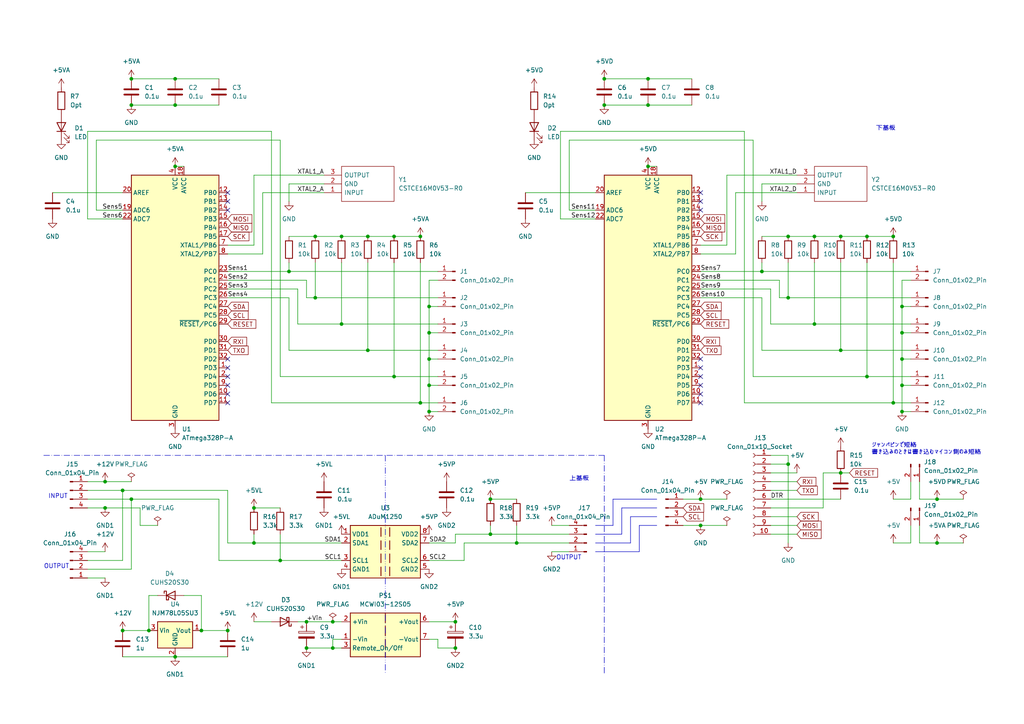
<source format=kicad_sch>
(kicad_sch (version 20230121) (generator eeschema)
  (paper "A4")
  (junction (at 261.62 111.76))
  (junction (at 124.46 119.38))
  (junction (at 259.08 68.58))
  (junction (at 114.3 109.22))
  (junction (at 121.92 68.58))
  (junction (at 50.8 30.48))
  (junction (at 91.44 86.36))
  (junction (at 203.2 152.4))
  (junction (at 99.06 68.58))
  (junction (at 271.78 157.48))
  (junction (at 99.06 93.98))
  (junction (at 88.9 180.34))
  (junction (at 243.84 101.6))
  (junction (at 124.46 88.9))
  (junction (at 271.78 144.78))
  (junction (at 91.44 68.58))
  (junction (at 261.62 119.38))
  (junction (at 175.26 22.86))
  (junction (at 35.56 182.88))
  (junction (at 228.6 68.58))
  (junction (at 261.62 104.14))
  (junction (at 187.96 30.48))
  (junction (at 124.46 104.14))
  (junction (at 132.08 187.96))
  (junction (at 132.08 180.34))
  (junction (at 261.62 96.52))
  (junction (at 38.1 22.86))
  (junction (at 96.52 180.34))
  (junction (at 142.24 144.78))
  (junction (at 50.8 48.26))
  (junction (at 236.22 93.98))
  (junction (at 30.48 147.32))
  (junction (at 243.84 68.58))
  (junction (at 149.86 157.48))
  (junction (at 243.84 137.16))
  (junction (at 106.68 68.58))
  (junction (at 58.42 182.88))
  (junction (at 251.46 109.22))
  (junction (at 124.46 96.52))
  (junction (at 83.82 78.74))
  (junction (at 43.18 182.88))
  (junction (at 88.9 187.96))
  (junction (at 50.8 190.5))
  (junction (at 96.52 187.96))
  (junction (at 142.24 154.94))
  (junction (at 66.04 182.88))
  (junction (at 81.28 162.56))
  (junction (at 38.1 30.48))
  (junction (at 187.96 22.86))
  (junction (at 124.46 111.76))
  (junction (at 261.62 88.9))
  (junction (at 259.08 116.84))
  (junction (at 236.22 68.58))
  (junction (at 203.2 144.78))
  (junction (at 106.68 101.6))
  (junction (at 73.66 157.48))
  (junction (at 220.98 78.74))
  (junction (at 35.56 142.24))
  (junction (at 73.66 147.32))
  (junction (at 251.46 68.58))
  (junction (at 175.26 30.48))
  (junction (at 114.3 68.58))
  (junction (at 121.92 116.84))
  (junction (at 187.96 48.26))
  (junction (at 50.8 22.86))
  (junction (at 38.1 144.78))
  (junction (at 228.6 86.36))
  (junction (at 228.6 134.62))
  (junction (at 30.48 139.7))
  (no_connect (at 203.2 114.3))
  (no_connect (at 66.04 114.3))
  (no_connect (at 66.04 116.84))
  (no_connect (at 203.2 60.96))
  (no_connect (at 203.2 116.84))
  (no_connect (at 66.04 111.76))
  (no_connect (at 66.04 60.96))
  (no_connect (at 203.2 106.68))
  (no_connect (at 66.04 109.22))
  (no_connect (at 66.04 58.42))
  (no_connect (at 203.2 104.14))
  (no_connect (at 203.2 109.22))
  (no_connect (at 203.2 55.88))
  (no_connect (at 203.2 58.42))
  (no_connect (at 66.04 106.68))
  (no_connect (at 66.04 104.14))
  (no_connect (at 203.2 111.76))
  (no_connect (at 66.04 55.88))
  (wire (pts (xy 25.4 38.1) (xy 78.74 38.1)))
  (wire (pts (xy 38.1 30.48) (xy 50.8 30.48)))
  (wire (pts (xy 228.6 86.36) (xy 226.06 86.36)))
  (wire (pts (xy 88.9 180.34) (xy 96.52 180.34)))
  (polyline (pts (xy 175.26 132.08) (xy 175.26 195.58)) (stroke (width 0) (type dash_dot)))
  (wire (pts (xy 73.66 147.32) (xy 81.28 147.32)))
  (wire (pts (xy 86.36 93.98) (xy 99.06 93.98)))
  (polyline (pts (xy 185.42 152.4) (xy 190.5 152.4)))
  (wire (pts (xy 127 81.28) (xy 124.46 81.28)))
  (wire (pts (xy 261.62 96.52) (xy 264.16 96.52)))
  (wire (pts (xy 220.98 53.34) (xy 231.14 53.34)))
  (wire (pts (xy 261.62 81.28) (xy 261.62 88.9)))
  (wire (pts (xy 35.56 162.56) (xy 35.56 142.24)))
  (wire (pts (xy 25.4 142.24) (xy 35.56 142.24)))
  (wire (pts (xy 228.6 86.36) (xy 264.16 86.36)))
  (wire (pts (xy 203.2 144.78) (xy 210.82 144.78)))
  (wire (pts (xy 251.46 109.22) (xy 264.16 109.22)))
  (wire (pts (xy 134.62 157.48) (xy 134.62 162.56)))
  (wire (pts (xy 38.1 144.78) (xy 25.4 144.78)))
  (wire (pts (xy 124.46 88.9) (xy 124.46 96.52)))
  (wire (pts (xy 162.56 63.5) (xy 162.56 38.1)))
  (wire (pts (xy 203.2 78.74) (xy 220.98 78.74)))
  (wire (pts (xy 27.94 40.64) (xy 27.94 60.96)))
  (wire (pts (xy 149.86 152.4) (xy 149.86 157.48)))
  (wire (pts (xy 35.56 190.5) (xy 50.8 190.5)))
  (polyline (pts (xy 12.7 132.08) (xy 175.26 132.08)) (stroke (width 0) (type dash_dot)))
  (wire (pts (xy 63.5 162.56) (xy 63.5 144.78)))
  (wire (pts (xy 40.64 152.4) (xy 40.64 147.32)))
  (wire (pts (xy 220.98 58.42) (xy 220.98 53.34)))
  (wire (pts (xy 142.24 154.94) (xy 132.08 154.94)))
  (wire (pts (xy 264.16 157.48) (xy 259.08 157.48)))
  (wire (pts (xy 124.46 157.48) (xy 132.08 157.48)))
  (wire (pts (xy 271.78 144.78) (xy 279.4 144.78)))
  (polyline (pts (xy 190.5 147.32) (xy 180.34 147.32)))
  (polyline (pts (xy 172.72 160.02) (xy 185.42 160.02)))
  (wire (pts (xy 261.62 104.14) (xy 261.62 111.76)))
  (wire (pts (xy 25.4 162.56) (xy 35.56 162.56)))
  (wire (pts (xy 15.24 55.88) (xy 35.56 55.88)))
  (wire (pts (xy 124.46 96.52) (xy 124.46 104.14)))
  (wire (pts (xy 223.52 134.62) (xy 228.6 134.62)))
  (wire (pts (xy 63.5 162.56) (xy 81.28 162.56)))
  (wire (pts (xy 213.36 55.88) (xy 231.14 55.88)))
  (wire (pts (xy 266.7 139.7) (xy 266.7 144.78)))
  (wire (pts (xy 88.9 86.36) (xy 88.9 81.28)))
  (wire (pts (xy 73.66 180.34) (xy 78.74 180.34)))
  (wire (pts (xy 243.84 68.58) (xy 251.46 68.58)))
  (wire (pts (xy 165.1 157.48) (xy 149.86 157.48)))
  (wire (pts (xy 264.16 152.4) (xy 264.16 157.48)))
  (wire (pts (xy 73.66 157.48) (xy 99.06 157.48)))
  (polyline (pts (xy 180.34 147.32) (xy 180.34 154.94)))
  (wire (pts (xy 91.44 86.36) (xy 127 86.36)))
  (polyline (pts (xy 172.72 152.4) (xy 177.8 152.4)))
  (wire (pts (xy 223.52 149.86) (xy 231.14 149.86)))
  (wire (pts (xy 35.56 182.88) (xy 43.18 182.88)))
  (wire (pts (xy 124.46 104.14) (xy 127 104.14)))
  (wire (pts (xy 223.52 139.7) (xy 231.14 139.7)))
  (wire (pts (xy 76.2 55.88) (xy 93.98 55.88)))
  (wire (pts (xy 160.02 152.4) (xy 165.1 152.4)))
  (wire (pts (xy 83.82 68.58) (xy 91.44 68.58)))
  (wire (pts (xy 30.48 139.7) (xy 38.1 139.7)))
  (wire (pts (xy 198.12 144.78) (xy 203.2 144.78)))
  (wire (pts (xy 218.44 40.64) (xy 165.1 40.64)))
  (wire (pts (xy 76.2 73.66) (xy 76.2 55.88)))
  (wire (pts (xy 86.36 83.82) (xy 86.36 93.98)))
  (wire (pts (xy 238.76 147.32) (xy 223.52 147.32)))
  (wire (pts (xy 203.2 152.4) (xy 210.82 152.4)))
  (wire (pts (xy 78.74 38.1) (xy 78.74 116.84)))
  (wire (pts (xy 228.6 68.58) (xy 236.22 68.58)))
  (wire (pts (xy 25.4 63.5) (xy 25.4 38.1)))
  (wire (pts (xy 124.46 88.9) (xy 127 88.9)))
  (wire (pts (xy 124.46 111.76) (xy 124.46 119.38)))
  (wire (pts (xy 142.24 152.4) (xy 142.24 154.94)))
  (wire (pts (xy 238.76 137.16) (xy 243.84 137.16)))
  (wire (pts (xy 114.3 76.2) (xy 114.3 109.22)))
  (wire (pts (xy 96.52 185.42) (xy 96.52 187.96)))
  (polyline (pts (xy 111.76 132.08) (xy 111.76 195.58)) (stroke (width 0) (type dash_dot_dot)))
  (wire (pts (xy 91.44 68.58) (xy 99.06 68.58)))
  (wire (pts (xy 220.98 76.2) (xy 220.98 78.74)))
  (wire (pts (xy 132.08 187.96) (xy 127 187.96)))
  (wire (pts (xy 238.76 137.16) (xy 238.76 147.32)))
  (wire (pts (xy 152.4 55.88) (xy 172.72 55.88)))
  (wire (pts (xy 106.68 101.6) (xy 83.82 101.6)))
  (wire (pts (xy 96.52 187.96) (xy 88.9 187.96)))
  (wire (pts (xy 124.46 119.38) (xy 127 119.38)))
  (wire (pts (xy 121.92 116.84) (xy 127 116.84)))
  (wire (pts (xy 81.28 109.22) (xy 81.28 40.64)))
  (wire (pts (xy 25.4 167.64) (xy 30.48 167.64)))
  (wire (pts (xy 223.52 132.08) (xy 228.6 132.08)))
  (wire (pts (xy 96.52 180.34) (xy 99.06 180.34)))
  (wire (pts (xy 223.52 152.4) (xy 231.14 152.4)))
  (wire (pts (xy 175.26 22.86) (xy 187.96 22.86)))
  (wire (pts (xy 124.46 96.52) (xy 127 96.52)))
  (wire (pts (xy 121.92 76.2) (xy 121.92 116.84)))
  (wire (pts (xy 91.44 76.2) (xy 91.44 86.36)))
  (wire (pts (xy 223.52 83.82) (xy 223.52 93.98)))
  (wire (pts (xy 266.7 144.78) (xy 271.78 144.78)))
  (wire (pts (xy 40.64 147.32) (xy 30.48 147.32)))
  (polyline (pts (xy 190.5 149.86) (xy 182.88 149.86)))
  (wire (pts (xy 66.04 83.82) (xy 86.36 83.82)))
  (wire (pts (xy 27.94 60.96) (xy 35.56 60.96)))
  (polyline (pts (xy 172.72 154.94) (xy 180.34 154.94)))
  (wire (pts (xy 45.72 172.72) (xy 43.18 172.72)))
  (wire (pts (xy 66.04 157.48) (xy 73.66 157.48)))
  (wire (pts (xy 259.08 76.2) (xy 259.08 116.84)))
  (wire (pts (xy 63.5 144.78) (xy 38.1 144.78)))
  (wire (pts (xy 50.8 190.5) (xy 66.04 190.5)))
  (wire (pts (xy 99.06 93.98) (xy 127 93.98)))
  (wire (pts (xy 236.22 76.2) (xy 236.22 93.98)))
  (wire (pts (xy 187.96 48.26) (xy 190.5 48.26)))
  (wire (pts (xy 261.62 96.52) (xy 261.62 104.14)))
  (wire (pts (xy 213.36 73.66) (xy 213.36 55.88)))
  (wire (pts (xy 220.98 68.58) (xy 228.6 68.58)))
  (wire (pts (xy 127 187.96) (xy 127 185.42)))
  (wire (pts (xy 160.02 160.02) (xy 165.1 160.02)))
  (wire (pts (xy 264.16 139.7) (xy 264.16 144.78)))
  (wire (pts (xy 220.98 78.74) (xy 264.16 78.74)))
  (wire (pts (xy 88.9 81.28) (xy 66.04 81.28)))
  (polyline (pts (xy 185.42 160.02) (xy 185.42 152.4)))
  (wire (pts (xy 134.62 162.56) (xy 124.46 162.56)))
  (wire (pts (xy 114.3 109.22) (xy 127 109.22)))
  (wire (pts (xy 236.22 93.98) (xy 264.16 93.98)))
  (wire (pts (xy 142.24 144.78) (xy 149.86 144.78)))
  (wire (pts (xy 73.66 50.8) (xy 93.98 50.8)))
  (wire (pts (xy 220.98 101.6) (xy 220.98 86.36)))
  (wire (pts (xy 210.82 71.12) (xy 203.2 71.12)))
  (wire (pts (xy 198.12 152.4) (xy 203.2 152.4)))
  (polyline (pts (xy 177.8 152.4) (xy 177.8 144.78)))
  (wire (pts (xy 243.84 76.2) (xy 243.84 101.6)))
  (wire (pts (xy 25.4 165.1) (xy 38.1 165.1)))
  (wire (pts (xy 73.66 50.8) (xy 73.66 71.12)))
  (wire (pts (xy 210.82 50.8) (xy 231.14 50.8)))
  (wire (pts (xy 266.7 157.48) (xy 271.78 157.48)))
  (wire (pts (xy 203.2 73.66) (xy 213.36 73.66)))
  (wire (pts (xy 45.72 152.4) (xy 40.64 152.4)))
  (wire (pts (xy 106.68 68.58) (xy 114.3 68.58)))
  (wire (pts (xy 165.1 40.64) (xy 165.1 60.96)))
  (polyline (pts (xy 177.8 144.78) (xy 190.5 144.78)))
  (wire (pts (xy 91.44 86.36) (xy 88.9 86.36)))
  (wire (pts (xy 99.06 185.42) (xy 96.52 185.42)))
  (wire (pts (xy 187.96 30.48) (xy 200.66 30.48)))
  (wire (pts (xy 30.48 147.32) (xy 25.4 147.32)))
  (wire (pts (xy 124.46 81.28) (xy 124.46 88.9)))
  (wire (pts (xy 38.1 22.86) (xy 50.8 22.86)))
  (wire (pts (xy 165.1 154.94) (xy 142.24 154.94)))
  (wire (pts (xy 58.42 172.72) (xy 58.42 182.88)))
  (wire (pts (xy 261.62 88.9) (xy 264.16 88.9)))
  (wire (pts (xy 261.62 104.14) (xy 264.16 104.14)))
  (wire (pts (xy 66.04 73.66) (xy 76.2 73.66)))
  (wire (pts (xy 132.08 154.94) (xy 132.08 157.48)))
  (wire (pts (xy 83.82 101.6) (xy 83.82 86.36)))
  (wire (pts (xy 127 185.42) (xy 124.46 185.42)))
  (wire (pts (xy 25.4 160.02) (xy 30.48 160.02)))
  (wire (pts (xy 228.6 134.62) (xy 228.6 157.48)))
  (wire (pts (xy 106.68 76.2) (xy 106.68 101.6)))
  (wire (pts (xy 114.3 68.58) (xy 121.92 68.58)))
  (wire (pts (xy 124.46 111.76) (xy 127 111.76)))
  (wire (pts (xy 81.28 154.94) (xy 81.28 162.56)))
  (wire (pts (xy 83.82 76.2) (xy 83.82 78.74)))
  (wire (pts (xy 73.66 71.12) (xy 66.04 71.12)))
  (wire (pts (xy 264.16 144.78) (xy 259.08 144.78)))
  (wire (pts (xy 259.08 116.84) (xy 264.16 116.84)))
  (wire (pts (xy 251.46 68.58) (xy 259.08 68.58)))
  (wire (pts (xy 73.66 154.94) (xy 73.66 157.48)))
  (wire (pts (xy 261.62 88.9) (xy 261.62 96.52)))
  (wire (pts (xy 271.78 157.48) (xy 279.4 157.48)))
  (wire (pts (xy 228.6 132.08) (xy 228.6 134.62)))
  (wire (pts (xy 162.56 38.1) (xy 215.9 38.1)))
  (wire (pts (xy 124.46 180.34) (xy 132.08 180.34)))
  (wire (pts (xy 243.84 101.6) (xy 220.98 101.6)))
  (wire (pts (xy 83.82 53.34) (xy 83.82 58.42)))
  (wire (pts (xy 236.22 68.58) (xy 243.84 68.58)))
  (wire (pts (xy 35.56 63.5) (xy 25.4 63.5)))
  (wire (pts (xy 228.6 76.2) (xy 228.6 86.36)))
  (wire (pts (xy 261.62 119.38) (xy 264.16 119.38)))
  (wire (pts (xy 25.4 139.7) (xy 30.48 139.7)))
  (wire (pts (xy 251.46 76.2) (xy 251.46 109.22)))
  (wire (pts (xy 50.8 48.26) (xy 53.34 48.26)))
  (wire (pts (xy 106.68 101.6) (xy 127 101.6)))
  (wire (pts (xy 81.28 40.64) (xy 27.94 40.64)))
  (wire (pts (xy 81.28 162.56) (xy 99.06 162.56)))
  (wire (pts (xy 215.9 38.1) (xy 215.9 116.84)))
  (wire (pts (xy 43.18 172.72) (xy 43.18 182.88)))
  (wire (pts (xy 223.52 137.16) (xy 231.14 137.16)))
  (wire (pts (xy 175.26 30.48) (xy 187.96 30.48)))
  (wire (pts (xy 78.74 116.84) (xy 121.92 116.84)))
  (wire (pts (xy 261.62 111.76) (xy 261.62 119.38)))
  (wire (pts (xy 83.82 78.74) (xy 127 78.74)))
  (polyline (pts (xy 172.72 157.48) (xy 182.88 157.48)))
  (wire (pts (xy 50.8 30.48) (xy 63.5 30.48)))
  (wire (pts (xy 96.52 187.96) (xy 99.06 187.96)))
  (wire (pts (xy 243.84 101.6) (xy 264.16 101.6)))
  (wire (pts (xy 66.04 86.36) (xy 83.82 86.36)))
  (wire (pts (xy 99.06 76.2) (xy 99.06 93.98)))
  (wire (pts (xy 264.16 81.28) (xy 261.62 81.28)))
  (wire (pts (xy 58.42 182.88) (xy 66.04 182.88)))
  (wire (pts (xy 149.86 157.48) (xy 134.62 157.48)))
  (wire (pts (xy 53.34 172.72) (xy 58.42 172.72)))
  (wire (pts (xy 203.2 83.82) (xy 223.52 83.82)))
  (wire (pts (xy 35.56 142.24) (xy 66.04 142.24)))
  (wire (pts (xy 165.1 60.96) (xy 172.72 60.96)))
  (wire (pts (xy 220.98 86.36) (xy 203.2 86.36)))
  (wire (pts (xy 251.46 109.22) (xy 218.44 109.22)))
  (wire (pts (xy 223.52 142.24) (xy 231.14 142.24)))
  (wire (pts (xy 215.9 116.84) (xy 259.08 116.84)))
  (wire (pts (xy 114.3 109.22) (xy 81.28 109.22)))
  (wire (pts (xy 266.7 152.4) (xy 266.7 157.48)))
  (wire (pts (xy 246.38 137.16) (xy 243.84 137.16)))
  (wire (pts (xy 86.36 180.34) (xy 88.9 180.34)))
  (wire (pts (xy 187.96 22.86) (xy 200.66 22.86)))
  (wire (pts (xy 66.04 78.74) (xy 83.82 78.74)))
  (wire (pts (xy 66.04 142.24) (xy 66.04 157.48)))
  (wire (pts (xy 261.62 111.76) (xy 264.16 111.76)))
  (wire (pts (xy 38.1 165.1) (xy 38.1 144.78)))
  (wire (pts (xy 226.06 81.28) (xy 203.2 81.28)))
  (wire (pts (xy 223.52 144.78) (xy 243.84 144.78)))
  (wire (pts (xy 99.06 68.58) (xy 106.68 68.58)))
  (wire (pts (xy 218.44 109.22) (xy 218.44 40.64)))
  (wire (pts (xy 93.98 53.34) (xy 83.82 53.34)))
  (wire (pts (xy 172.72 63.5) (xy 162.56 63.5)))
  (wire (pts (xy 210.82 50.8) (xy 210.82 71.12)))
  (wire (pts (xy 223.52 154.94) (xy 231.14 154.94)))
  (wire (pts (xy 124.46 104.14) (xy 124.46 111.76)))
  (polyline (pts (xy 182.88 149.86) (xy 182.88 157.48)))
  (wire (pts (xy 223.52 93.98) (xy 236.22 93.98)))
  (wire (pts (xy 50.8 22.86) (xy 63.5 22.86)))
  (wire (pts (xy 226.06 86.36) (xy 226.06 81.28)))
  (text "OUTPUT" (at 12.7 165.1 0) (effects (font (size 1.27 1.27)) (justify left bottom)))
  (text "OUTPUT" (at 161.29 162.56 0) (effects (font (size 1.27 1.27)) (justify left bottom)))
  (text "上基板" (at 165.1 139.7 0) (effects (font (size 1.27 1.27)) (justify left bottom)))
  (text "ジャンパピンで短絡\n書き込みのときは書き込むマイコン側のみ短絡" (at 252.73 132.08 0) (effects (font (size 1.27 1.27)) (justify left bottom)))
  (text "INPUT" (at 13.97 144.78 0) (effects (font (size 1.27 1.27)) (justify left bottom)))
  (text "下基板" (at 254 38.1 0) (effects (font (size 1.27 1.27)) (justify left bottom)))
  (label "Sens10" (at 203.2 86.36 0))
  (label "SCL2" (at 124.46 162.56 0))
  (label "XTAL1_A" (at 93.98 50.8 180))
  (label "Sens2" (at 66.04 81.28 0))
  (label "Sens6" (at 35.56 63.5 180))
  (label "Sens9" (at 203.2 83.82 0))
  (label "XTAL2_D" (at 231.14 55.88 180))
  (label "+Vin" (at 88.9 180.34 0))
  (label "XTAL1_D" (at 231.14 50.8 180))
  (label "Sens11" (at 172.72 60.96 180))
  (label "Sens1" (at 66.04 78.74 0))
  (label "SCL1" (at 99.06 162.56 180))
  (label "Sens4" (at 66.04 86.36 0))
  (label "SDA2" (at 124.46 157.48 0))
  (label "Sens5" (at 35.56 60.96 180))
  (label "DTR" (at 223.52 144.78 0))
  (label "Sens3" (at 66.04 83.82 0))
  (label "SDA1" (at 99.06 157.48 180))
  (label "Sens8" (at 203.2 81.28 0))
  (label "XTAL2_A" (at 93.98 55.88 180))
  (label "Sens7" (at 203.2 78.74 0))
  (label "Sens12" (at 172.72 63.5 180))
  (global_label "SCL" (shape input) (at 66.04 91.44 0) (property "Intersheetrefs" "${INTERSHEET_REFS}" (effects hide)))
  (global_label "SCK" (shape input) (at 203.2 68.58 0) (property "Intersheetrefs" "${INTERSHEET_REFS}" (effects hide)))
  (global_label "RESET" (shape input) (at 203.2 93.98 0) (property "Intersheetrefs" "${INTERSHEET_REFS}" (effects hide)))
  (global_label "TXO" (shape input) (at 231.14 142.24 0) (property "Intersheetrefs" "${INTERSHEET_REFS}" (effects hide)))
  (global_label "SCL" (shape input) (at 203.2 91.44 0) (property "Intersheetrefs" "${INTERSHEET_REFS}" (effects hide)))
  (global_label "MISO" (shape input) (at 66.04 66.04 0) (property "Intersheetrefs" "${INTERSHEET_REFS}" (effects hide)))
  (global_label "MOSI" (shape input) (at 203.2 63.5 0) (property "Intersheetrefs" "${INTERSHEET_REFS}" (effects hide)))
  (global_label "MOSI" (shape input) (at 231.14 152.4 0) (property "Intersheetrefs" "${INTERSHEET_REFS}" (effects hide)))
  (global_label "RXI" (shape input) (at 203.2 99.06 0) (property "Intersheetrefs" "${INTERSHEET_REFS}" (effects hide)))
  (global_label "SDA" (shape input) (at 198.12 147.32 0) (property "Intersheetrefs" "${INTERSHEET_REFS}" (effects hide)))
  (global_label "RESET" (shape input) (at 66.04 93.98 0) (property "Intersheetrefs" "${INTERSHEET_REFS}" (effects hide)))
  (global_label "SDA" (shape input) (at 66.04 88.9 0) (property "Intersheetrefs" "${INTERSHEET_REFS}" (effects hide)))
  (global_label "SCL" (shape input) (at 198.12 149.86 0) (property "Intersheetrefs" "${INTERSHEET_REFS}" (effects hide)))
  (global_label "TXO" (shape input) (at 203.2 101.6 0) (property "Intersheetrefs" "${INTERSHEET_REFS}" (effects hide)))
  (global_label "RXI" (shape input) (at 231.14 139.7 0) (property "Intersheetrefs" "${INTERSHEET_REFS}" (effects hide)))
  (global_label "RXI" (shape input) (at 66.04 99.06 0) (property "Intersheetrefs" "${INTERSHEET_REFS}" (effects hide)))
  (global_label "TXO" (shape input) (at 66.04 101.6 0) (property "Intersheetrefs" "${INTERSHEET_REFS}" (effects hide)))
  (global_label "MISO" (shape input) (at 203.2 66.04 0) (property "Intersheetrefs" "${INTERSHEET_REFS}" (effects hide)))
  (global_label "RESET" (shape input) (at 246.38 137.16 0) (property "Intersheetrefs" "${INTERSHEET_REFS}" (effects hide)))
  (global_label "MOSI" (shape input) (at 66.04 63.5 0) (property "Intersheetrefs" "${INTERSHEET_REFS}" (effects hide)))
  (global_label "SCK" (shape input) (at 231.14 149.86 0) (property "Intersheetrefs" "${INTERSHEET_REFS}" (effects hide)))
  (global_label "SDA" (shape input) (at 203.2 88.9 0) (property "Intersheetrefs" "${INTERSHEET_REFS}" (effects hide)))
  (global_label "SCK" (shape input) (at 66.04 68.58 0) (property "Intersheetrefs" "${INTERSHEET_REFS}" (effects hide)))
  (global_label "MISO" (shape input) (at 231.14 154.94 0) (property "Intersheetrefs" "${INTERSHEET_REFS}" (effects hide)))
  (symbol (lib_id "Connector:Conn_01x02_Pin") (at 269.24 101.6 0) (mirror y) (unit 1)
    (property "Reference" "J10" (at 270.51 101.6 0) (effects (justify right)))
    (property "Value" "Conn_01x02_Pin" (at 270.51 104.14 0) (effects (justify right)))
    (property "Footprint" "Connector_JST:JST_XH_S2B-XH-A_1x02_P2.50mm_Horizontal" (effects hide))
  )
  (symbol (lib_id "power:+5VL") (at 66.04 182.88 0) (unit 1)
    (property "Reference" "#PWR041" (effects hide))
    (property "Value" "+5VL" (at 66.04 177.8 0))
  )
  (symbol (lib_id "MySymbols:MCWI03-12S05") (at 111.76 184.15 0) (unit 1)
    (property "Reference" "PS1" (at 111.76 172.72 0))
    (property "Value" "MCWI03-12S05" (at 111.76 175.26 0))
    (property "Footprint" "SamacSys_Parts:MCWI0312S15" (effects hide))
    (property "Datasheet" "https://www.minmaxpower.com/storage/media/Product-MINMAX/MCWI03/MCWI03_Datasheet.pdf" (effects hide))
  )
  (symbol (lib_id "power:GND1") (at 88.9 187.96 0) (unit 1)
    (property "Reference" "#PWR036" (effects hide))
    (property "Value" "GND1" (at 88.9 193.04 0))
  )
  (symbol (lib_id "MCU_Microchip_ATmega:ATmega328P-A") (at 50.8 86.36 0) (unit 1)
    (property "Reference" "U1" (at 52.7559 124.46 0) (effects (justify left)))
    (property "Value" "ATmega328P-A" (at 52.7559 127 0) (effects (justify left)))
    (property "Footprint" "Package_QFP:TQFP-32_7x7mm_P0.8mm" (effects hide))
    (property "Datasheet" "http://ww1.microchip.com/downloads/en/DeviceDoc/ATmega328_P%20AVR%20MCU%20with%20picoPower%20Technology%20Data%20Sheet%2040001984A.pdf" (effects hide))
  )
  (symbol (lib_id "Device:C") (at 200.66 26.67 0) (unit 1)
    (property "Reference" "C8" (at 204.47 25.4 0) (effects (justify left)))
    (property "Value" "0.1u" (at 204.47 27.94 0) (effects (justify left)))
    (property "Footprint" "Capacitor_SMD:C_0603_1608Metric" (effects hide))
  )
  (symbol (lib_id "MCU_Microchip_ATmega:ATmega328P-A") (at 187.96 86.36 0) (unit 1)
    (property "Reference" "U2" (at 189.9159 124.46 0) (effects (justify left)))
    (property "Value" "ATmega328P-A" (at 189.9159 127 0) (effects (justify left)))
    (property "Footprint" "Package_QFP:TQFP-32_7x7mm_P0.8mm" (effects hide))
    (property "Datasheet" "http://ww1.microchip.com/downloads/en/DeviceDoc/ATmega328_P%20AVR%20MCU%20with%20picoPower%20Technology%20Data%20Sheet%2040001984A.pdf" (effects hide))
  )
  (symbol (lib_id "Device:R") (at 17.78 29.21 0) (unit 1)
    (property "Reference" "R7" (at 20.32 27.94 0) (effects (justify left)))
    (property "Value" "Opt" (at 20.32 30.48 0) (effects (justify left)))
    (property "Footprint" "Resistor_SMD:R_0603_1608Metric" (effects hide))
  )
  (symbol (lib_id "Connector:Conn_01x04_Pin") (at 170.18 157.48 180) (unit 1)
    (property "Reference" "J17" (at 167.64 147.32 0) (effects (justify right)))
    (property "Value" "Conn_01x04_Pin" (at 161.29 149.86 0) (effects (justify right)))
    (property "Footprint" "Connector_JST:JST_XH_S4B-XH-A_1x04_P2.50mm_Horizontal" (effects hide))
  )
  (symbol (lib_id "power:GND") (at 83.82 58.42 0) (unit 1)
    (property "Reference" "#PWR04" (effects hide))
    (property "Value" "GND" (at 83.82 63.5 0))
  )
  (symbol (lib_id "Device:R") (at 243.84 133.35 0) (unit 1)
    (property "Reference" "R15" (at 246.38 132.08 0) (effects (justify left)))
    (property "Value" "10k" (at 246.38 134.62 0) (effects (justify left)))
    (property "Footprint" "Capacitor_SMD:C_0805_2012Metric" (effects hide))
  )
  (symbol (lib_id "Device:C_Polarized") (at 132.08 184.15 0) (unit 1)
    (property "Reference" "C10" (at 135.89 181.991 0) (effects (justify left)))
    (property "Value" "3.3u" (at 135.89 184.531 0) (effects (justify left)))
    (property "Footprint" "Capacitor_THT:CP_Radial_D5.0mm_P2.00mm" (effects hide))
  )
  (symbol (lib_id "Device:R") (at 114.3 72.39 0) (unit 1)
    (property "Reference" "R5" (at 116.84 71.12 0) (effects (justify left)))
    (property "Value" "10k" (at 116.84 73.66 0) (effects (justify left)))
    (property "Footprint" "Capacitor_SMD:C_0805_2012Metric" (effects hide))
  )
  (symbol (lib_id "power:PWR_FLAG") (at 38.1 139.7 0) (unit 1)
    (property "Reference" "#FLG07" (effects hide))
    (property "Value" "PWR_FLAG" (at 38.1 134.62 0))
  )
  (symbol (lib_id "Device:R") (at 228.6 72.39 0) (unit 1)
    (property "Reference" "R9" (at 231.14 71.12 0) (effects (justify left)))
    (property "Value" "10k" (at 231.14 73.66 0) (effects (justify left)))
    (property "Footprint" "Capacitor_SMD:C_0805_2012Metric" (effects hide))
  )
  (symbol (lib_id "Connector:Conn_01x02_Pin") (at 266.7 147.32 270) (unit 1)
    (property "Reference" "J19" (at 267.97 146.685 90) (effects (justify left)))
    (property "Value" "Conn_01x02_Pin" (at 267.97 149.225 90) (effects (justify left)))
    (property "Footprint" "Connector_PinHeader_2.54mm:PinHeader_1x02_P2.54mm_Vertical" (effects hide))
  )
  (symbol (lib_id "Connector:Conn_01x04_Pin") (at 20.32 165.1 0) (mirror x) (unit 1)
    (property "Reference" "J16" (at 20.32 154.94 0))
    (property "Value" "Conn_01x04_Pin" (at 20.32 157.48 0))
    (property "Footprint" "Connector_JST:JST_XH_S4B-XH-A_1x04_P2.50mm_Horizontal" (effects hide))
  )
  (symbol (lib_id "Connector:Conn_01x02_Pin") (at 132.08 109.22 0) (mirror y) (unit 1)
    (property "Reference" "J5" (at 133.35 109.22 0) (effects (justify right)))
    (property "Value" "Conn_01x02_Pin" (at 133.35 111.76 0) (effects (justify right)))
    (property "Footprint" "Connector_JST:JST_XH_S2B-XH-A_1x02_P2.50mm_Horizontal" (effects hide))
  )
  (symbol (lib_id "Device:LED") (at 17.78 36.83 90) (unit 1)
    (property "Reference" "D1" (at 21.59 37.1475 90) (effects (justify right)))
    (property "Value" "LED" (at 21.59 39.6875 90) (effects (justify right)))
    (property "Footprint" "LED_SMD:LED_0603_1608Metric" (effects hide))
  )
  (symbol (lib_id "power:GND") (at 154.94 40.64 0) (unit 1)
    (property "Reference" "#PWR011" (effects hide))
    (property "Value" "GND" (at 154.94 45.72 0))
  )
  (symbol (lib_id "power:+5VP") (at 132.08 180.34 0) (unit 1)
    (property "Reference" "#PWR045" (effects hide))
    (property "Value" "+5VP" (at 132.08 175.26 0))
  )
  (symbol (lib_id "Connector:Conn_01x02_Pin") (at 269.24 116.84 0) (mirror y) (unit 1)
    (property "Reference" "J12" (at 270.51 116.84 0) (effects (justify right)))
    (property "Value" "Conn_01x02_Pin" (at 270.51 119.38 0) (effects (justify right)))
    (property "Footprint" "Connector_JST:JST_XH_S2B-XH-A_1x02_P2.50mm_Horizontal" (effects hide))
  )
  (symbol (lib_id "power:+12V") (at 30.48 160.02 0) (unit 1)
    (property "Reference" "#PWR033" (effects hide))
    (property "Value" "+12V" (at 30.48 154.94 0))
  )
  (symbol (lib_id "Connector:Conn_01x02_Pin") (at 132.08 93.98 0) (mirror y) (unit 1)
    (property "Reference" "J3" (at 133.35 93.98 0) (effects (justify right)))
    (property "Value" "Conn_01x02_Pin" (at 133.35 96.52 0) (effects (justify right)))
    (property "Footprint" "Connector_JST:JST_XH_S2B-XH-A_1x02_P2.50mm_Horizontal" (effects hide))
  )
  (symbol (lib_id "Device:C") (at 187.96 26.67 0) (unit 1)
    (property "Reference" "C7" (at 191.77 25.4 0) (effects (justify left)))
    (property "Value" "0.1u" (at 191.77 27.94 0) (effects (justify left)))
    (property "Footprint" "Capacitor_SMD:C_0603_1608Metric" (effects hide))
  )
  (symbol (lib_id "Device:R") (at 91.44 72.39 0) (unit 1)
    (property "Reference" "R2" (at 93.98 71.12 0) (effects (justify left)))
    (property "Value" "10k" (at 93.98 73.66 0) (effects (justify left)))
    (property "Footprint" "Capacitor_SMD:C_0805_2012Metric" (effects hide))
  )
  (symbol (lib_id "Device:R") (at 149.86 148.59 0) (unit 1)
    (property "Reference" "R19" (at 152.4 147.32 0) (effects (justify left)))
    (property "Value" "3.3k" (at 152.4 149.86 0) (effects (justify left)))
    (property "Footprint" "Resistor_SMD:R_0603_1608Metric" (effects hide))
  )
  (symbol (lib_id "power:+5VP") (at 124.46 154.94 0) (unit 1)
    (property "Reference" "#PWR043" (effects hide))
    (property "Value" "+5VP" (at 124.46 149.86 0))
  )
  (symbol (lib_id "Device:C") (at 50.8 26.67 0) (unit 1)
    (property "Reference" "C2" (at 54.61 25.4 0) (effects (justify left)))
    (property "Value" "0.1u" (at 54.61 27.94 0) (effects (justify left)))
    (property "Footprint" "Capacitor_SMD:C_0603_1608Metric" (effects hide))
  )
  (symbol (lib_id "power:PWR_FLAG") (at 45.72 152.4 0) (unit 1)
    (property "Reference" "#FLG06" (effects hide))
    (property "Value" "PWR_FLAG" (at 45.72 147.32 0))
  )
  (symbol (lib_id "Connector:Conn_01x02_Pin") (at 269.24 86.36 0) (mirror y) (unit 1)
    (property "Reference" "J8" (at 270.51 86.36 0) (effects (justify right)))
    (property "Value" "Conn_01x02_Pin" (at 270.51 88.9 0) (effects (justify right)))
    (property "Footprint" "Connector_JST:JST_XH_S2B-XH-A_1x02_P2.50mm_Horizontal" (effects hide))
  )
  (symbol (lib_id "power:+5V") (at 259.08 144.78 0) (unit 1)
    (property "Reference" "#PWR026" (effects hide))
    (property "Value" "+5V" (at 259.08 139.7 0))
  )
  (symbol (lib_id "SamacSys_Parts:CSTCE16M0V53-R0") (at 93.98 50.8 0) (unit 1)
    (property "Reference" "Y1" (at 115.57 52.07 0) (effects (justify left)))
    (property "Value" "CSTCE16M0V53-R0" (at 115.57 54.61 0) (effects (justify left)))
    (property "Footprint" "CSTCE16M0V53R0" (effects hide))
    (property "Datasheet" "https://www.murata.com/en-sg/products/productdetail?partno=CSTCE16M0V53-R0" (effects hide))
    (property "Description" "CSTCE16M0V53-R0, Ceramic Resonator, 16MHz Expander 15pF, 3-Pin SMT, 3.2 x 1.3 x 0.9mm" (effects hide))
    (property "Height" "1" (effects hide))
    (property "Manufacturer_Name" "Murata Electronics" (effects hide))
    (property "Manufacturer_Part_Number" "CSTCE16M0V53-R0" (effects hide))
    (property "Mouser Part Number" "81-CSTCE16M0V53-R0" (effects hide))
    (property "Mouser Price/Stock" "https://www.mouser.co.uk/ProductDetail/Murata-Electronics/CSTCE16M0V53-R0?qs=HPA2Xx%252BU0WhPWbRcNuzhZw%3D%3D" (effects hide))
  )
  (symbol (lib_id "power:GND") (at 261.62 119.38 0) (unit 1)
    (property "Reference" "#PWR08" (effects hide))
    (property "Value" "GND" (at 261.62 124.46 0))
  )
  (symbol (lib_id "Device:R") (at 83.82 72.39 0) (unit 1)
    (property "Reference" "R1" (at 86.36 71.12 0) (effects (justify left)))
    (property "Value" "10k" (at 86.36 73.66 0) (effects (justify left)))
    (property "Footprint" "Capacitor_SMD:C_0805_2012Metric" (effects hide))
  )
  (symbol (lib_id "power:PWR_FLAG") (at 279.4 157.48 0) (unit 1)
    (property "Reference" "#FLG03" (effects hide))
    (property "Value" "PWR_FLAG" (at 279.4 152.4 0))
  )
  (symbol (lib_id "power:GND1") (at 93.98 147.32 0) (unit 1)
    (property "Reference" "#PWR038" (effects hide))
    (property "Value" "GND1" (at 93.98 152.4 0))
  )
  (symbol (lib_id "power:PWR_FLAG") (at 96.52 180.34 0) (unit 1)
    (property "Reference" "#FLG05" (effects hide))
    (property "Value" "PWR_FLAG" (at 96.52 175.26 0))
  )
  (symbol (lib_id "power:+5VA") (at 50.8 48.26 0) (unit 1)
    (property "Reference" "#PWR015" (effects hide))
    (property "Value" "+5VA" (at 50.8 43.18 0))
  )
  (symbol (lib_id "power:+5VL") (at 93.98 139.7 0) (unit 1)
    (property "Reference" "#PWR039" (effects hide))
    (property "Value" "+5VL" (at 93.98 134.62 0))
  )
  (symbol (lib_id "Connector:Conn_01x02_Pin") (at 132.08 78.74 0) (mirror y) (unit 1)
    (property "Reference" "J1" (at 133.35 78.74 0) (effects (justify right)))
    (property "Value" "Conn_01x02_Pin" (at 133.35 81.28 0) (effects (justify right)))
    (property "Footprint" "Connector_JST:JST_XH_S2B-XH-A_1x02_P2.50mm_Horizontal" (effects hide))
  )
  (symbol (lib_id "Device:D_Schottky") (at 49.53 172.72 0) (unit 1)
    (property "Reference" "D4" (at 49.2125 166.37 0))
    (property "Value" "CUHS20S30" (at 49.2125 168.91 0))
    (property "Footprint" "SamacSys_Parts:CUHS20S40H3F" (effects hide))
  )
  (symbol (lib_id "Device:C") (at 35.56 186.69 0) (unit 1)
    (property "Reference" "C13" (at 39.37 185.42 0) (effects (justify left)))
    (property "Value" "1u" (at 39.37 187.96 0) (effects (justify left)))
    (property "Footprint" "Capacitor_SMD:C_0603_1608Metric" (effects hide))
  )
  (symbol (lib_id "power:+12V") (at 30.48 139.7 0) (unit 1)
    (property "Reference" "#PWR032" (effects hide))
    (property "Value" "+12V" (at 30.48 134.62 0))
  )
  (symbol (lib_id "power:PWR_FLAG") (at 279.4 144.78 0) (unit 1)
    (property "Reference" "#FLG04" (effects hide))
    (property "Value" "PWR_FLAG" (at 279.4 139.7 0))
  )
  (symbol (lib_id "Device:C") (at 93.98 143.51 0) (unit 1)
    (property "Reference" "C11" (at 97.79 142.24 0) (effects (justify left)))
    (property "Value" "0.1u" (at 97.79 144.78 0) (effects (justify left)))
    (property "Footprint" "Capacitor_SMD:C_0603_1608Metric" (effects hide))
  )
  (symbol (lib_id "Device:R") (at 220.98 72.39 0) (unit 1)
    (property "Reference" "R8" (at 223.52 71.12 0) (effects (justify left)))
    (property "Value" "10k" (at 223.52 73.66 0) (effects (justify left)))
    (property "Footprint" "Capacitor_SMD:C_0805_2012Metric" (effects hide))
  )
  (symbol (lib_id "Device:C") (at 66.04 186.69 0) (unit 1)
    (property "Reference" "C14" (at 69.85 185.42 0) (effects (justify left)))
    (property "Value" "1u" (at 69.85 187.96 0) (effects (justify left)))
    (property "Footprint" "Capacitor_SMD:C_0603_1608Metric" (effects hide))
  )
  (symbol (lib_id "power:GND1") (at 99.06 165.1 0) (unit 1)
    (property "Reference" "#PWR035" (effects hide))
    (property "Value" "GND1" (at 99.06 170.18 0))
  )
  (symbol (lib_id "power:+5VA") (at 17.78 25.4 0) (unit 1)
    (property "Reference" "#PWR013" (effects hide))
    (property "Value" "+5VA" (at 17.78 20.32 0))
  )
  (symbol (lib_id "Device:C_Polarized") (at 88.9 184.15 0) (unit 1)
    (property "Reference" "C9" (at 92.71 181.991 0) (effects (justify left)))
    (property "Value" "3.3u" (at 92.71 184.531 0) (effects (justify left)))
    (property "Footprint" "Capacitor_THT:CP_Radial_D5.0mm_P2.00mm" (effects hide))
  )
  (symbol (lib_id "Connector:Conn_01x02_Pin") (at 132.08 101.6 0) (mirror y) (unit 1)
    (property "Reference" "J4" (at 133.35 101.6 0) (effects (justify right)))
    (property "Value" "Conn_01x02_Pin" (at 133.35 104.14 0) (effects (justify right)))
    (property "Footprint" "Connector_JST:JST_XH_S2B-XH-A_1x02_P2.50mm_Horizontal" (effects hide))
  )
  (symbol (lib_id "power:GND") (at 152.4 63.5 0) (unit 1)
    (property "Reference" "#PWR012" (effects hide))
    (property "Value" "GND" (at 152.4 68.58 0))
  )
  (symbol (lib_id "Device:R") (at 73.66 151.13 0) (unit 1)
    (property "Reference" "R16" (at 76.2 149.86 0) (effects (justify left)))
    (property "Value" "3.3k" (at 76.2 152.4 0) (effects (justify left)))
    (property "Footprint" "Resistor_SMD:R_0603_1608Metric" (effects hide))
  )
  (symbol (lib_id "Connector:Conn_01x02_Pin") (at 269.24 109.22 0) (mirror y) (unit 1)
    (property "Reference" "J11" (at 270.51 109.22 0) (effects (justify right)))
    (property "Value" "Conn_01x02_Pin" (at 270.51 111.76 0) (effects (justify right)))
    (property "Footprint" "Connector_JST:JST_XH_S2B-XH-A_1x02_P2.50mm_Horizontal" (effects hide))
  )
  (symbol (lib_id "power:GND") (at 187.96 124.46 0) (unit 1)
    (property "Reference" "#PWR07" (effects hide))
    (property "Value" "GND" (at 187.96 129.54 0))
  )
  (symbol (lib_id "power:+5VA") (at 38.1 22.86 0) (unit 1)
    (property "Reference" "#PWR014" (effects hide))
    (property "Value" "+5VA" (at 38.1 17.78 0))
  )
  (symbol (lib_id "Device:LED") (at 154.94 36.83 90) (unit 1)
    (property "Reference" "D2" (at 158.75 37.1475 90) (effects (justify right)))
    (property "Value" "LED" (at 158.75 39.6875 90) (effects (justify right)))
    (property "Footprint" "LED_SMD:LED_0603_1608Metric" (effects hide))
  )
  (symbol (lib_id "Connector:Conn_01x10_Socket") (at 218.44 142.24 0) (mirror y) (unit 1)
    (property "Reference" "J13" (at 222.25 127 0) (effects (justify left)))
    (property "Value" "Conn_01x10_Socket" (at 229.87 129.54 0) (effects (justify left)))
    (property "Footprint" "Connector_PinSocket_2.54mm:PinSocket_1x10_P2.54mm_Vertical" (effects hide))
  )
  (symbol (lib_id "power:+5VP") (at 129.54 139.7 0) (unit 1)
    (property "Reference" "#PWR044" (effects hide))
    (property "Value" "+5VP" (at 129.54 134.62 0))
  )
  (symbol (lib_id "power:+5V") (at 243.84 129.54 0) (unit 1)
    (property "Reference" "#PWR029" (effects hide))
    (property "Value" "+5V" (at 243.84 124.46 0))
  )
  (symbol (lib_id "Device:R") (at 142.24 148.59 0) (unit 1)
    (property "Reference" "R18" (at 144.78 147.32 0) (effects (justify left)))
    (property "Value" "3.3k" (at 144.78 149.86 0) (effects (justify left)))
    (property "Footprint" "Resistor_SMD:R_0603_1608Metric" (effects hide))
  )
  (symbol (lib_id "power:GND") (at 124.46 119.38 0) (unit 1)
    (property "Reference" "#PWR05" (effects hide))
    (property "Value" "GND" (at 124.46 124.46 0))
  )
  (symbol (lib_id "power:GND1") (at 50.8 190.5 0) (unit 1)
    (property "Reference" "#PWR031" (effects hide))
    (property "Value" "GND1" (at 50.8 195.58 0))
  )
  (symbol (lib_id "SamacSys_Parts:CSTCE16M0V53-R0") (at 231.14 50.8 0) (unit 1)
    (property "Reference" "Y2" (at 252.73 52.07 0) (effects (justify left)))
    (property "Value" "CSTCE16M0V53-R0" (at 252.73 54.61 0) (effects (justify left)))
    (property "Footprint" "CSTCE16M0V53R0" (effects hide))
    (property "Datasheet" "https://www.murata.com/en-sg/products/productdetail?partno=CSTCE16M0V53-R0" (effects hide))
    (property "Description" "CSTCE16M0V53-R0, Ceramic Resonator, 16MHz Expander 15pF, 3-Pin SMT, 3.2 x 1.3 x 0.9mm" (effects hide))
    (property "Height" "1" (effects hide))
    (property "Manufacturer_Name" "Murata Electronics" (effects hide))
    (property "Manufacturer_Part_Number" "CSTCE16M0V53-R0" (effects hide))
    (property "Mouser Part Number" "81-CSTCE16M0V53-R0" (effects hide))
    (property "Mouser Price/Stock" "https://www.mouser.co.uk/ProductDetail/Murata-Electronics/CSTCE16M0V53-R0?qs=HPA2Xx%252BU0WhPWbRcNuzhZw%3D%3D" (effects hide))
  )
  (symbol (lib_id "Device:R") (at 236.22 72.39 0) (unit 1)
    (property "Reference" "R10" (at 238.76 71.12 0) (effects (justify left)))
    (property "Value" "10k" (at 238.76 73.66 0) (effects (justify left)))
    (property "Footprint" "Capacitor_SMD:C_0805_2012Metric" (effects hide))
  )
  (symbol (lib_id "power:GND2") (at 124.46 165.1 0) (unit 1)
    (property "Reference" "#PWR047" (effects hide))
    (property "Value" "GND2" (at 124.46 170.18 0))
  )
  (symbol (lib_id "power:GND") (at 50.8 124.46 0) (unit 1)
    (property "Reference" "#PWR06" (effects hide))
    (property "Value" "GND" (at 50.8 129.54 0))
  )
  (symbol (lib_id "Device:R") (at 154.94 29.21 0) (unit 1)
    (property "Reference" "R14" (at 157.48 27.94 0) (effects (justify left)))
    (property "Value" "Opt" (at 157.48 30.48 0) (effects (justify left)))
    (property "Footprint" "Resistor_SMD:R_0603_1608Metric" (effects hide))
  )
  (symbol (lib_id "power:+5VA") (at 121.92 68.58 0) (unit 1)
    (property "Reference" "#PWR016" (effects hide))
    (property "Value" "+5VA" (at 121.92 63.5 0))
  )
  (symbol (lib_id "Connector:Conn_01x02_Pin") (at 132.08 116.84 0) (mirror y) (unit 1)
    (property "Reference" "J6" (at 133.35 116.84 0) (effects (justify right)))
    (property "Value" "Conn_01x02_Pin" (at 133.35 119.38 0) (effects (justify right)))
    (property "Footprint" "Connector_JST:JST_XH_S2B-XH-A_1x02_P2.50mm_Horizontal" (effects hide))
  )
  (symbol (lib_id "power:+5V") (at 231.14 137.16 0) (unit 1)
    (property "Reference" "#PWR024" (effects hide))
    (property "Value" "+5V" (at 231.14 132.08 0))
  )
  (symbol (lib_id "power:PWR_FLAG") (at 210.82 152.4 0) (unit 1)
    (property "Reference" "#FLG01" (effects hide))
    (property "Value" "PWR_FLAG" (at 210.82 147.32 0))
  )
  (symbol (lib_id "power:GND1") (at 30.48 147.32 0) (unit 1)
    (property "Reference" "#PWR030" (effects hide))
    (property "Value" "GND1" (at 30.48 152.4 0))
  )
  (symbol (lib_id "power:+5V") (at 259.08 157.48 0) (unit 1)
    (property "Reference" "#PWR027" (effects hide))
    (property "Value" "+5V" (at 259.08 152.4 0))
  )
  (symbol (lib_id "power:+5VA") (at 271.78 157.48 0) (unit 1)
    (property "Reference" "#PWR028" (effects hide))
    (property "Value" "+5VA" (at 271.78 152.4 0))
  )
  (symbol (lib_id "Device:R") (at 81.28 151.13 0) (unit 1)
    (property "Reference" "R17" (at 83.82 149.86 0) (effects (justify left)))
    (property "Value" "3.3k" (at 83.82 152.4 0) (effects (justify left)))
    (property "Footprint" "Resistor_SMD:R_0603_1608Metric" (effects hide))
  )
  (symbol (lib_id "power:PWR_FLAG") (at 210.82 144.78 0) (unit 1)
    (property "Reference" "#FLG02" (effects hide))
    (property "Value" "PWR_FLAG" (at 210.82 139.7 0))
  )
  (symbol (lib_id "Isolator:ADuM1250") (at 111.76 160.02 0) (unit 1)
    (property "Reference" "U3" (at 111.76 147.32 0))
    (property "Value" "ADuM1250" (at 111.76 149.86 0))
    (property "Footprint" "Package_SO:SOIC-8_3.9x4.9mm_P1.27mm" (effects hide))
    (property "Datasheet" "https://www.analog.com/media/en/technical-documentation/data-sheets/ADuM1250_1251.pdf" (effects hide))
  )
  (symbol (lib_id "Device:C") (at 63.5 26.67 0) (unit 1)
    (property "Reference" "C3" (at 67.31 25.4 0) (effects (justify left)))
    (property "Value" "0.1u" (at 67.31 27.94 0) (effects (justify left)))
    (property "Footprint" "Capacitor_SMD:C_0603_1608Metric" (effects hide))
  )
  (symbol (lib_id "power:+12V") (at 35.56 182.88 0) (unit 1)
    (property "Reference" "#PWR037" (effects hide))
    (property "Value" "+12V" (at 35.56 177.8 0))
  )
  (symbol (lib_id "power:GND1") (at 30.48 167.64 0) (unit 1)
    (property "Reference" "#PWR034" (effects hide))
    (property "Value" "GND1" (at 30.48 172.72 0))
  )
  (symbol (lib_id "power:+5VD") (at 259.08 68.58 0) (unit 1)
    (property "Reference" "#PWR021" (effects hide))
    (property "Value" "+5VD" (at 259.08 63.5 0))
  )
  (symbol (lib_id "Device:C") (at 38.1 26.67 0) (unit 1)
    (property "Reference" "C1" (at 41.91 25.4 0) (effects (justify left)))
    (property "Value" "0.1u" (at 41.91 27.94 0) (effects (justify left)))
    (property "Footprint" "Capacitor_SMD:C_0603_1608Metric" (effects hide))
  )
  (symbol (lib_id "power:GND") (at 203.2 152.4 0) (unit 1)
    (property "Reference" "#PWR018" (effects hide))
    (property "Value" "GND" (at 203.2 157.48 0))
  )
  (symbol (lib_id "power:+12V") (at 73.66 180.34 0) (unit 1)
    (property "Reference" "#PWR042" (effects hide))
    (property "Value" "+12V" (at 73.66 175.26 0))
  )
  (symbol (lib_id "Connector:Conn_01x02_Pin") (at 266.7 134.62 270) (unit 1)
    (property "Reference" "J18" (at 267.97 133.985 90) (effects (justify left)))
    (property "Value" "Conn_01x02_Pin" (at 267.97 136.525 90) (effects (justify left)))
    (property "Footprint" "Connector_PinHeader_2.54mm:PinHeader_1x02_P2.54mm_Vertical" (effects hide))
  )
  (symbol (lib_id "power:GND") (at 228.6 157.48 0) (unit 1)
    (property "Reference" "#PWR023" (effects hide))
    (property "Value" "GND" (at 228.6 162.56 0))
  )
  (symbol (lib_id "power:+5VL") (at 99.06 154.94 0) (unit 1)
    (property "Reference" "#PWR040" (effects hide))
    (property "Value" "+5VL" (at 99.06 149.86 0))
  )
  (symbol (lib_id "power:GND2") (at 129.54 147.32 0) (unit 1)
    (property "Reference" "#PWR046" (effects hide))
    (property "Value" "GND2" (at 129.54 152.4 0))
  )
  (symbol (lib_id "Device:D_Schottky") (at 82.55 180.34 180) (unit 1)
    (property "Reference" "D3" (at 82.8675 173.99 0))
    (property "Value" "CUHS20S30" (at 82.8675 176.53 0))
    (property "Footprint" "SamacSys_Parts:CUHS20S40H3F" (effects hide))
  )
  (symbol (lib_id "Device:R") (at 251.46 72.39 0) (unit 1)
    (property "Reference" "R12" (at 254 71.12 0) (effects (justify left)))
    (property "Value" "10k" (at 254 73.66 0) (effects (justify left)))
    (property "Footprint" "Capacitor_SMD:C_0805_2012Metric" (effects hide))
  )
  (symbol (lib_id "Device:R") (at 243.84 72.39 0) (unit 1)
    (property "Reference" "R11" (at 246.38 71.12 0) (effects (justify left)))
    (property "Value" "10k" (at 246.38 73.66 0) (effects (justify left)))
    (property "Footprint" "Capacitor_SMD:C_0805_2012Metric" (effects hide))
  )
  (symbol (lib_id "Connector:Conn_01x04_Pin") (at 20.32 142.24 0) (unit 1)
    (property "Reference" "J15" (at 20.955 134.62 0))
    (property "Value" "Conn_01x04_Pin" (at 20.955 137.16 0))
    (property "Footprint" "Connector_JST:JST_XH_S4B-XH-A_1x04_P2.50mm_Horizontal" (effects hide))
  )
  (symbol (lib_id "Device:R") (at 121.92 72.39 0) (unit 1)
    (property "Reference" "R6" (at 124.46 71.12 0) (effects (justify left)))
    (property "Value" "10k" (at 124.46 73.66 0) (effects (justify left)))
    (property "Footprint" "Capacitor_SMD:C_0805_2012Metric" (effects hide))
  )
  (symbol (lib_id "Connector:Conn_01x02_Pin") (at 269.24 78.74 0) (mirror y) (unit 1)
    (property "Reference" "J7" (at 270.51 78.74 0) (effects (justify right)))
    (property "Value" "Conn_01x02_Pin" (at 270.51 81.28 0) (effects (justify right)))
    (property "Footprint" "Connector_JST:JST_XH_S2B-XH-A_1x02_P2.50mm_Horizontal" (effects hide))
  )
  (symbol (lib_id "Device:C") (at 129.54 143.51 0) (unit 1)
    (property "Reference" "C12" (at 133.35 142.24 0) (effects (justify left)))
    (property "Value" "0.1u" (at 133.35 144.78 0) (effects (justify left)))
    (property "Footprint" "Capacitor_SMD:C_0603_1608Metric" (effects hide))
  )
  (symbol (lib_id "Device:C") (at 152.4 59.69 0) (unit 1)
    (property "Reference" "C5" (at 156.21 58.42 0) (effects (justify left)))
    (property "Value" "0.1u" (at 156.21 60.96 0) (effects (justify left)))
    (property "Footprint" "Capacitor_SMD:C_0603_1608Metric" (effects hide))
  )
  (symbol (lib_id "power:+5VD") (at 154.94 25.4 0) (unit 1)
    (property "Reference" "#PWR019" (effects hide))
    (property "Value" "+5VD" (at 154.94 20.32 0))
  )
  (symbol (lib_id "Device:C") (at 175.26 26.67 0) (unit 1)
    (property "Reference" "C6" (at 179.07 25.4 0) (effects (justify left)))
    (property "Value" "0.1u" (at 179.07 27.94 0) (effects (justify left)))
    (property "Footprint" "Capacitor_SMD:C_0603_1608Metric" (effects hide))
  )
  (symbol (lib_id "power:+5VP") (at 160.02 152.4 0) (unit 1)
    (property "Reference" "#PWR050" (effects hide))
    (property "Value" "+5VP" (at 160.02 147.32 0))
  )
  (symbol (lib_id "power:GND") (at 175.26 30.48 0) (unit 1)
    (property "Reference" "#PWR010" (effects hide))
    (property "Value" "GND" (at 175.26 35.56 0))
  )
  (symbol (lib_id "power:GND2") (at 132.08 187.96 0) (unit 1)
    (property "Reference" "#PWR048" (effects hide))
    (property "Value" "GND2" (at 132.08 193.04 0))
  )
  (symbol (lib_id "power:GND") (at 38.1 30.48 0) (unit 1)
    (property "Reference" "#PWR03" (effects hide))
    (property "Value" "GND" (at 38.1 35.56 0))
  )
  (symbol (lib_id "Connector:Conn_01x04_Pin") (at 193.04 147.32 0) (unit 1)
    (property "Reference" "J14" (at 193.675 139.7 0))
    (property "Value" "Conn_01x04_Pin" (at 193.675 142.24 0))
    (property "Footprint" "Connector_JST:JST_XH_S4B-XH-A_1x04_P2.50mm_Horizontal" (effects hide))
  )
  (symbol (lib_id "Device:R") (at 259.08 72.39 0) (unit 1)
    (property "Reference" "R13" (at 261.62 71.12 0) (effects (justify left)))
    (property "Value" "10k" (at 261.62 73.66 0) (effects (justify left)))
    (property "Footprint" "Capacitor_SMD:C_0805_2012Metric" (effects hide))
  )
  (symbol (lib_id "power:+5VP") (at 142.24 144.78 0) (unit 1)
    (property "Reference" "#PWR053" (effects hide))
    (property "Value" "+5VP" (at 142.24 139.7 0))
  )
  (symbol (lib_id "power:+5V") (at 203.2 144.78 0) (unit 1)
    (property "Reference" "#PWR017" (effects hide))
    (property "Value" "+5V" (at 203.2 139.7 0))
  )
  (symbol (lib_id "power:GND") (at 15.24 63.5 0) (unit 1)
    (property "Reference" "#PWR02" (effects hide))
    (property "Value" "GND" (at 15.24 68.58 0))
  )
  (symbol (lib_id "power:+5VD") (at 175.26 22.86 0) (unit 1)
    (property "Reference" "#PWR020" (effects hide))
    (property "Value" "+5VD" (at 175.26 17.78 0))
  )
  (symbol (lib_id "Connector:Conn_01x02_Pin") (at 269.24 93.98 0) (mirror y) (unit 1)
    (property "Reference" "J9" (at 270.51 93.98 0) (effects (justify right)))
    (property "Value" "Conn_01x02_Pin" (at 270.51 96.52 0) (effects (justify right)))
    (property "Footprint" "Connector_JST:JST_XH_S2B-XH-A_1x02_P2.50mm_Horizontal" (effects hide))
  )
  (symbol (lib_id "power:GND") (at 220.98 58.42 0) (unit 1)
    (property "Reference" "#PWR09" (effects hide))
    (property "Value" "GND" (at 220.98 63.5 0))
  )
  (symbol (lib_id "Connector:Conn_01x02_Pin") (at 132.08 86.36 0) (mirror y) (unit 1)
    (property "Reference" "J2" (at 133.35 86.36 0) (effects (justify right)))
    (property "Value" "Conn_01x02_Pin" (at 133.35 88.9 0) (effects (justify right)))
    (property "Footprint" "Connector_JST:JST_XH_S2B-XH-A_1x02_P2.50mm_Horizontal" (effects hide))
  )
  (symbol (lib_id "Device:C") (at 243.84 140.97 0) (unit 1)
    (property "Reference" "C15" (at 247.65 139.7 0) (effects (justify left)))
    (property "Value" "0.1u" (at 247.65 142.24 0) (effects (justify left)))
    (property "Footprint" "Capacitor_SMD:C_0603_1608Metric" (effects hide))
  )
  (symbol (lib_id "Device:R") (at 106.68 72.39 0) (unit 1)
    (property "Reference" "R4" (at 109.22 71.12 0) (effects (justify left)))
    (property "Value" "10k" (at 109.22 73.66 0) (effects (justify left)))
    (property "Footprint" "Capacitor_SMD:C_0805_2012Metric" (effects hide))
  )
  (symbol (lib_id "power:GND2") (at 160.02 160.02 0) (unit 1)
    (property "Reference" "#PWR049" (effects hide))
    (property "Value" "GND2" (at 160.02 165.1 0))
  )
  (symbol (lib_id "Device:C") (at 15.24 59.69 0) (unit 1)
    (property "Reference" "C4" (at 19.05 58.42 0) (effects (justify left)))
    (property "Value" "0.1u" (at 19.05 60.96 0) (effects (justify left)))
    (property "Footprint" "Capacitor_SMD:C_0603_1608Metric" (effects hide))
  )
  (symbol (lib_id "power:GND") (at 17.78 40.64 0) (unit 1)
    (property "Reference" "#PWR01" (effects hide))
    (property "Value" "GND" (at 17.78 45.72 0))
  )
  (symbol (lib_id "power:+5VD") (at 187.96 48.26 0) (unit 1)
    (property "Reference" "#PWR022" (effects hide))
    (property "Value" "+5VD" (at 187.96 43.18 0))
  )
  (symbol (lib_id "Device:R") (at 99.06 72.39 0) (unit 1)
    (property "Reference" "R3" (at 101.6 71.12 0) (effects (justify left)))
    (property "Value" "10k" (at 101.6 73.66 0) (effects (justify left)))
    (property "Footprint" "Capacitor_SMD:C_0805_2012Metric" (effects hide))
  )
  (symbol (lib_id "power:+5VD") (at 271.78 144.78 0) (unit 1)
    (property "Reference" "#PWR025" (effects hide))
    (property "Value" "+5VD" (at 271.78 139.7 0))
  )
  (symbol (lib_id "power:+5VL") (at 73.66 147.32 0) (unit 1)
    (property "Reference" "#PWR051" (effects hide))
    (property "Value" "+5VL" (at 73.66 142.24 0))
  )
  (symbol (lib_id "MySymbols:NJM78L00S") (at 50.8 184.15 0) (unit 1)
    (property "Reference" "U4" (at 50.8 175.26 0))
    (property "Value" "NJM78L05SU3" (at 50.8 177.8 0))
    (property "Footprint" "Package_TO_SOT_SMD:SOT-89-3" (effects hide))
    (property "Datasheet" "https://www.nisshinbo-microdevices.co.jp/ja/pdf/datasheet/NJM78L00S_J.pdf" (effects hide))
  )
)
</source>
